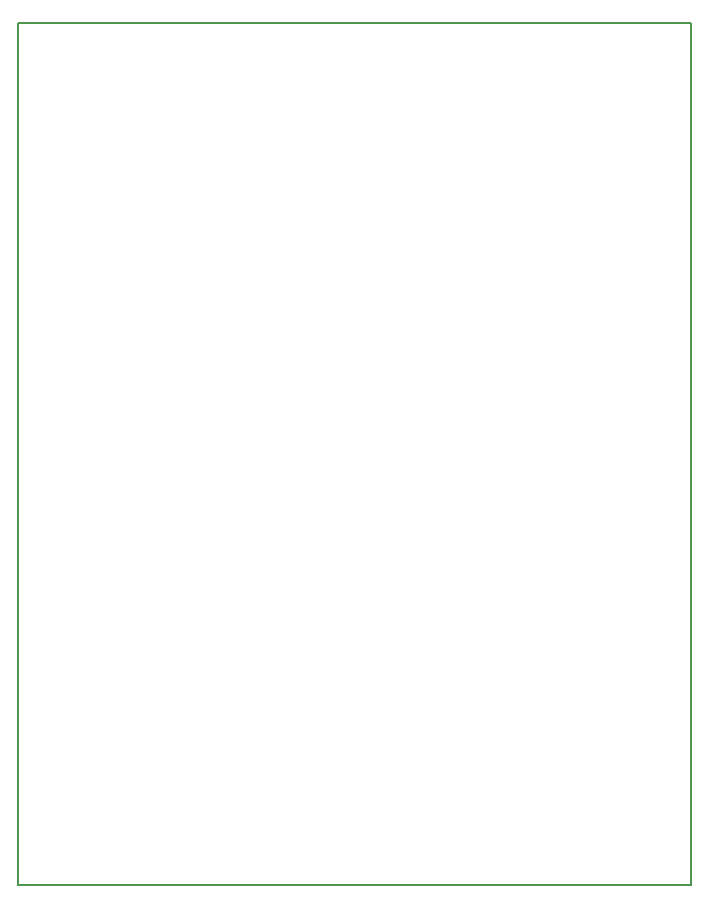
<source format=gbr>
%TF.GenerationSoftware,KiCad,Pcbnew,9.0.0*%
%TF.CreationDate,2025-05-08T14:03:21-04:00*%
%TF.ProjectId,main-pcb,6d61696e-2d70-4636-922e-6b696361645f,rev?*%
%TF.SameCoordinates,Original*%
%TF.FileFunction,Profile,NP*%
%FSLAX46Y46*%
G04 Gerber Fmt 4.6, Leading zero omitted, Abs format (unit mm)*
G04 Created by KiCad (PCBNEW 9.0.0) date 2025-05-08 14:03:21*
%MOMM*%
%LPD*%
G01*
G04 APERTURE LIST*
%TA.AperFunction,Profile*%
%ADD10C,0.200000*%
%TD*%
G04 APERTURE END LIST*
D10*
X117500000Y-57000000D02*
X174500000Y-57000000D01*
X174500000Y-130000000D01*
X117500000Y-130000000D01*
X117500000Y-57000000D01*
M02*

</source>
